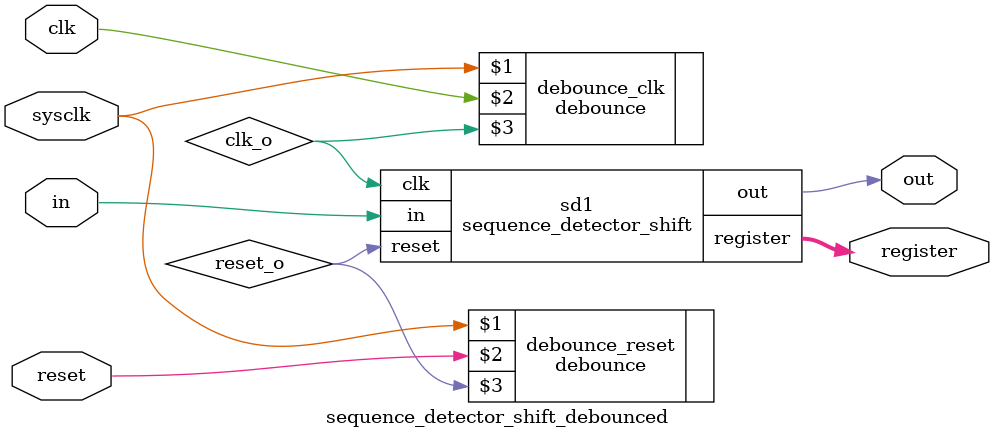
<source format=v>
module sequence_detector_shift(in,clk,reset,out,register);
  input in;
  input clk;
  input reset;
  output out;
  output [5:0] register;

  wire in;
  wire clk;
  wire reset;
  wire out;
  wire [5:0] register;

  flipflop_rtl ff0(in,0,reset,register[0],,clk);
  flipflop_rtl ff1(register[0],0,reset,register[1],,clk);
  flipflop_rtl ff2(register[1],0,reset,register[2],,clk);
  flipflop_rtl ff3(register[2],0,reset,register[3],,clk);
  flipflop_rtl ff4(register[3],0,reset,register[4],,clk);
  flipflop_rtl ff5(register[4],0,reset,register[5],,clk);

  flipflop_rtl ff(register==6'b101011,0,reset,out,,clk);

endmodule

module sequence_detector_shift_debounced(sysclk,in,clk,reset,out,register);
  input sysclk;
  input in;
  input clk;
  input reset;
  output out;
  output [5:0] register;

  wire sysclk;
  wire in;
  wire clk;
  wire reset;
  wire out;
  wire [5:0] register;

  debounce debounce_clk(sysclk,clk,clk_o);
  debounce debounce_reset(sysclk,reset,reset_o);
  sequence_detector_shift sd1(in,clk_o,reset_o,out,register);
endmodule

</source>
